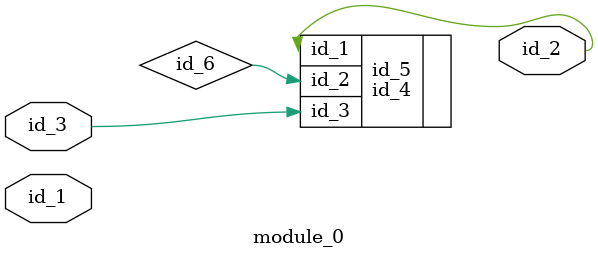
<source format=v>
`timescale 1ps / 1ps
module module_0 (
    id_1,
    id_2,
    id_3
);
  input id_3;
  output id_2;
  input id_1;
  id_4 id_5 (
      .id_1(id_3),
      .id_1(id_2),
      .id_3(id_3),
      .id_2(id_1),
      .id_2(id_1),
      .id_1(id_2),
      .id_2(id_6)
  );
endmodule

</source>
